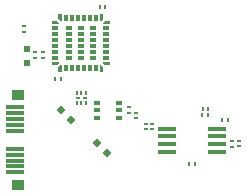
<source format=gbp>
G04*
G04 #@! TF.GenerationSoftware,Altium Limited,Altium Designer,20.1.14 (287)*
G04*
G04 Layer_Color=128*
%FSLAX25Y25*%
%MOIN*%
G70*
G04*
G04 #@! TF.SameCoordinates,3A9065B2-305A-42DB-86BC-D4C8425A37C0*
G04*
G04*
G04 #@! TF.FilePolarity,Positive*
G04*
G01*
G75*
%ADD16R,0.01181X0.01102*%
%ADD17R,0.01102X0.01181*%
%ADD24R,0.05906X0.01378*%
%ADD61R,0.02165X0.02165*%
%ADD62O,0.06299X0.01575*%
%ADD63R,0.01968X0.01575*%
%ADD64P,0.03062X4X360.0*%
%ADD65R,0.01378X0.00984*%
%ADD66R,0.00787X0.01181*%
%ADD67R,0.03937X0.03543*%
%ADD79R,0.02362X0.01181*%
%ADD80R,0.01181X0.02362*%
%ADD81R,0.02362X0.01181*%
G36*
X33612Y73633D02*
Y73239D01*
X32824Y72452D01*
X31250D01*
Y73633D01*
X33612Y73633D01*
D02*
G37*
G36*
X34596Y70287D02*
X33415D01*
Y71861D01*
X34202Y72649D01*
X34596D01*
X34596Y70287D01*
D02*
G37*
G36*
X34596Y87216D02*
X34202D01*
X33415Y88003D01*
Y89578D01*
X34596D01*
X34596Y87216D01*
D02*
G37*
G36*
X33612Y86625D02*
Y86231D01*
X31250Y86235D01*
Y87409D01*
X32824Y87413D01*
X33612Y86625D01*
D02*
G37*
G36*
X50541Y72452D02*
X48966D01*
X48179Y73239D01*
Y73633D01*
X50541Y73633D01*
Y72452D01*
D02*
G37*
G36*
X48376Y71861D02*
Y70287D01*
X47194D01*
X47194Y72649D01*
X47588D01*
X48376Y71861D01*
D02*
G37*
G36*
Y88003D02*
X47588Y87216D01*
X47194D01*
X47194Y89578D01*
X48376D01*
Y88003D01*
D02*
G37*
G36*
X50541Y86231D02*
X48179Y86231D01*
Y86625D01*
X48966Y87413D01*
X50541D01*
Y86231D01*
D02*
G37*
D16*
X28335Y75021D02*
D03*
Y76871D02*
D03*
X56998Y56729D02*
D03*
Y58579D02*
D03*
X91432Y47109D02*
D03*
Y45258D02*
D03*
X59381Y56705D02*
D03*
Y54855D02*
D03*
X21993Y83656D02*
D03*
Y85506D02*
D03*
X93733Y47360D02*
D03*
Y45510D02*
D03*
X25716Y75037D02*
D03*
Y76887D02*
D03*
X62552Y51205D02*
D03*
Y53055D02*
D03*
X64751Y51210D02*
D03*
Y53061D02*
D03*
D17*
X47188Y92044D02*
D03*
X49038D02*
D03*
X81476Y58072D02*
D03*
X83327D02*
D03*
X32292Y68081D02*
D03*
X34142D02*
D03*
X83302Y55925D02*
D03*
X81452D02*
D03*
X78964Y39557D02*
D03*
X77114D02*
D03*
X89928Y54145D02*
D03*
X88077D02*
D03*
D24*
X18885Y58473D02*
D03*
Y56505D02*
D03*
Y54536D02*
D03*
Y52568D02*
D03*
Y50599D02*
D03*
Y44694D02*
D03*
Y42725D02*
D03*
Y40757D02*
D03*
Y38788D02*
D03*
Y36820D02*
D03*
D61*
X22906Y73329D02*
D03*
Y77929D02*
D03*
D62*
X86166Y51408D02*
D03*
Y48849D02*
D03*
Y46290D02*
D03*
Y43731D02*
D03*
X69631Y51408D02*
D03*
Y48849D02*
D03*
Y46290D02*
D03*
Y43731D02*
D03*
D63*
X53722Y60027D02*
D03*
Y57468D02*
D03*
Y54909D02*
D03*
X46242D02*
D03*
Y57468D02*
D03*
Y60027D02*
D03*
D64*
X49502Y43392D02*
D03*
X46249Y46644D02*
D03*
X37620Y54409D02*
D03*
X34368Y57662D02*
D03*
D65*
X40023Y61510D02*
D03*
X42188D02*
D03*
D66*
X39728Y59867D02*
D03*
X42483D02*
D03*
X39728Y63154D02*
D03*
X42483D02*
D03*
X41105D02*
D03*
Y59867D02*
D03*
D67*
X19869Y62706D02*
D03*
Y32588D02*
D03*
D79*
X40895Y84854D02*
D03*
X44832D02*
D03*
X36958D02*
D03*
X40895Y82885D02*
D03*
X36958D02*
D03*
X44832D02*
D03*
X40895Y76980D02*
D03*
X44832D02*
D03*
X36958D02*
D03*
X40895Y75011D02*
D03*
X36958D02*
D03*
X44832D02*
D03*
X44832Y78948D02*
D03*
X36958D02*
D03*
X40895D02*
D03*
X36958Y80917D02*
D03*
X44832D02*
D03*
X40895D02*
D03*
D80*
X45816Y88397D02*
D03*
X43848Y88397D02*
D03*
X41879Y88397D02*
D03*
X39911D02*
D03*
X37942Y88397D02*
D03*
X35974D02*
D03*
X45816Y71468D02*
D03*
X43848Y71468D02*
D03*
X41879Y71468D02*
D03*
X39911D02*
D03*
X37942Y71468D02*
D03*
X35974D02*
D03*
D81*
X49360Y84854D02*
D03*
X49360Y82885D02*
D03*
Y80917D02*
D03*
Y78948D02*
D03*
Y76980D02*
D03*
Y75011D02*
D03*
X32431D02*
D03*
Y76980D02*
D03*
Y78948D02*
D03*
Y80917D02*
D03*
Y82885D02*
D03*
X32431Y84854D02*
D03*
M02*

</source>
